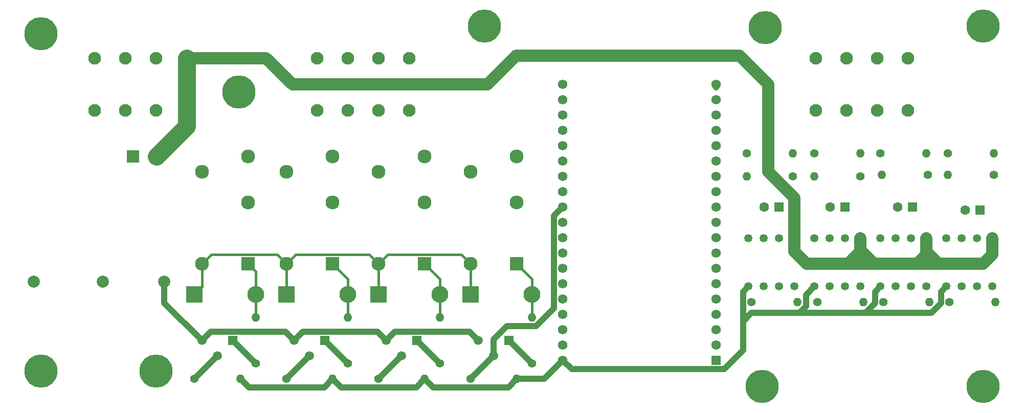
<source format=gbr>
%TF.GenerationSoftware,KiCad,Pcbnew,5.1.10-88a1d61d58~90~ubuntu20.04.1*%
%TF.CreationDate,2021-09-06T00:00:23+02:00*%
%TF.ProjectId,hamodule,68616d6f-6475-46c6-952e-6b696361645f,rev?*%
%TF.SameCoordinates,Original*%
%TF.FileFunction,Copper,L1,Top*%
%TF.FilePolarity,Positive*%
%FSLAX46Y46*%
G04 Gerber Fmt 4.6, Leading zero omitted, Abs format (unit mm)*
G04 Created by KiCad (PCBNEW 5.1.10-88a1d61d58~90~ubuntu20.04.1) date 2021-09-06 00:00:23*
%MOMM*%
%LPD*%
G01*
G04 APERTURE LIST*
%TA.AperFunction,ComponentPad*%
%ADD10C,5.500000*%
%TD*%
%TA.AperFunction,ComponentPad*%
%ADD11C,2.100000*%
%TD*%
%TA.AperFunction,ComponentPad*%
%ADD12C,1.560000*%
%TD*%
%TA.AperFunction,ComponentPad*%
%ADD13R,1.560000X1.560000*%
%TD*%
%TA.AperFunction,ComponentPad*%
%ADD14C,1.350000*%
%TD*%
%TA.AperFunction,ComponentPad*%
%ADD15R,1.350000X1.350000*%
%TD*%
%TA.AperFunction,ComponentPad*%
%ADD16O,1.400000X1.400000*%
%TD*%
%TA.AperFunction,ComponentPad*%
%ADD17C,1.400000*%
%TD*%
%TA.AperFunction,ComponentPad*%
%ADD18C,1.600000*%
%TD*%
%TA.AperFunction,ComponentPad*%
%ADD19R,1.600000X1.600000*%
%TD*%
%TA.AperFunction,ComponentPad*%
%ADD20C,2.000000*%
%TD*%
%TA.AperFunction,ComponentPad*%
%ADD21R,2.000000X2.000000*%
%TD*%
%TA.AperFunction,ComponentPad*%
%ADD22R,1.500000X1.500000*%
%TD*%
%TA.AperFunction,ComponentPad*%
%ADD23C,1.500000*%
%TD*%
%TA.AperFunction,ComponentPad*%
%ADD24C,2.300000*%
%TD*%
%TA.AperFunction,ComponentPad*%
%ADD25R,2.300000X2.300000*%
%TD*%
%TA.AperFunction,ComponentPad*%
%ADD26O,2.800000X2.800000*%
%TD*%
%TA.AperFunction,ComponentPad*%
%ADD27R,2.800000X2.800000*%
%TD*%
%TA.AperFunction,Conductor*%
%ADD28C,0.400000*%
%TD*%
%TA.AperFunction,Conductor*%
%ADD29C,1.000000*%
%TD*%
%TA.AperFunction,Conductor*%
%ADD30C,3.000000*%
%TD*%
%TA.AperFunction,Conductor*%
%ADD31C,2.000000*%
%TD*%
G04 APERTURE END LIST*
D10*
%TO.P,H9,1*%
%TO.N,Earth*%
X182626000Y-80010000D03*
%TD*%
%TO.P,H8,1*%
%TO.N,Earth*%
X146050000Y-80010000D03*
%TD*%
D11*
%TO.P,J4,8*%
%TO.N,Sens1*%
X154940000Y-25590000D03*
%TO.P,J4,7*%
X154940000Y-34290000D03*
%TO.P,J4,6*%
%TO.N,Sens2*%
X160020000Y-25590000D03*
%TO.P,J4,5*%
X160020000Y-34290000D03*
%TO.P,J4,4*%
%TO.N,Sens3*%
X165100000Y-25590000D03*
%TO.P,J4,3*%
X165100000Y-34290000D03*
%TO.P,J4,2*%
%TO.N,Sens4*%
X170180000Y-25590000D03*
%TO.P,J4,1*%
X170180000Y-34290000D03*
%TD*%
%TO.P,J2,8*%
%TO.N,220VAC(L)*%
X35560000Y-25590000D03*
%TO.P,J2,7*%
X35560000Y-34290000D03*
%TO.P,J2,6*%
%TO.N,Earth*%
X40640000Y-25590000D03*
%TO.P,J2,5*%
X40640000Y-34290000D03*
%TO.P,J2,4*%
X45720000Y-25590000D03*
%TO.P,J2,3*%
X45720000Y-34290000D03*
%TO.P,J2,2*%
%TO.N,220VAC(N)*%
X50800000Y-25590000D03*
%TO.P,J2,1*%
X50800000Y-34290000D03*
%TD*%
%TO.P,J1,8*%
%TO.N,REO1*%
X72390000Y-25590000D03*
%TO.P,J1,7*%
X72390000Y-34290000D03*
%TO.P,J1,6*%
%TO.N,REO2*%
X77470000Y-25590000D03*
%TO.P,J1,5*%
X77470000Y-34290000D03*
%TO.P,J1,4*%
%TO.N,REO3*%
X82550000Y-25590000D03*
%TO.P,J1,3*%
X82550000Y-34290000D03*
%TO.P,J1,2*%
%TO.N,REO4*%
X87630000Y-25590000D03*
%TO.P,J1,1*%
X87630000Y-34290000D03*
%TD*%
D12*
%TO.P,U1,38*%
%TO.N,Net-(U1-Pad38)*%
X113030000Y-29920000D03*
%TO.P,U1,37*%
%TO.N,Net-(U1-Pad37)*%
X113030000Y-32460000D03*
%TO.P,U1,36*%
%TO.N,Net-(U1-Pad36)*%
X113030000Y-35000000D03*
%TO.P,U1,35*%
%TO.N,Net-(U1-Pad35)*%
X113030000Y-37540000D03*
%TO.P,U1,34*%
%TO.N,Net-(Q1-Pad2)*%
X113030000Y-40080000D03*
%TO.P,U1,33*%
%TO.N,Net-(U1-Pad33)*%
X113030000Y-42620000D03*
%TO.P,U1,32*%
%TO.N,Net-(Q2-Pad2)*%
X113030000Y-45160000D03*
%TO.P,U1,31*%
%TO.N,Net-(Q3-Pad2)*%
X113030000Y-47700000D03*
%TO.P,U1,30*%
%TO.N,Net-(Q4-Pad2)*%
X113030000Y-50240000D03*
%TO.P,U1,29*%
%TO.N,Net-(U1-Pad29)*%
X113030000Y-52780000D03*
%TO.P,U1,28*%
%TO.N,Net-(U1-Pad28)*%
X113030000Y-55320000D03*
%TO.P,U1,27*%
%TO.N,Net-(U1-Pad27)*%
X113030000Y-57860000D03*
%TO.P,U1,26*%
%TO.N,Net-(U1-Pad26)*%
X113030000Y-60400000D03*
%TO.P,U1,25*%
%TO.N,Net-(U1-Pad25)*%
X113030000Y-62940000D03*
%TO.P,U1,24*%
%TO.N,Net-(U1-Pad24)*%
X113030000Y-65480000D03*
%TO.P,U1,23*%
%TO.N,Net-(U1-Pad23)*%
X113030000Y-68020000D03*
%TO.P,U1,22*%
%TO.N,Net-(U1-Pad22)*%
X113030000Y-70560000D03*
%TO.P,U1,21*%
%TO.N,Net-(U1-Pad21)*%
X113030000Y-73100000D03*
%TO.P,U1,20*%
%TO.N,5VGND*%
X113030000Y-75640000D03*
%TO.P,U1,18*%
%TO.N,Net-(U1-Pad18)*%
X138430000Y-32460000D03*
%TO.P,U1,17*%
%TO.N,Net-(U1-Pad17)*%
X138430000Y-35000000D03*
%TO.P,U1,16*%
%TO.N,Net-(U1-Pad16)*%
X138430000Y-37540000D03*
%TO.P,U1,15*%
%TO.N,Net-(U1-Pad15)*%
X138430000Y-40080000D03*
%TO.P,U1,14*%
%TO.N,Net-(U1-Pad14)*%
X138430000Y-42620000D03*
%TO.P,U1,13*%
%TO.N,Net-(U1-Pad13)*%
X138430000Y-45160000D03*
%TO.P,U1,12*%
%TO.N,Net-(U1-Pad12)*%
X138430000Y-47700000D03*
%TO.P,U1,11*%
%TO.N,Net-(U1-Pad11)*%
X138430000Y-50240000D03*
%TO.P,U1,10*%
%TO.N,Net-(U1-Pad10)*%
X138430000Y-52780000D03*
%TO.P,U1,9*%
%TO.N,Net-(U1-Pad9)*%
X138430000Y-55320000D03*
%TO.P,U1,8*%
%TO.N,GPIO33*%
X138430000Y-57860000D03*
%TO.P,U1,7*%
%TO.N,GPIO32*%
X138430000Y-60400000D03*
%TO.P,U1,6*%
%TO.N,GPIO35*%
X138430000Y-62940000D03*
%TO.P,U1,5*%
%TO.N,GPIO34*%
X138430000Y-65480000D03*
%TO.P,U1,4*%
%TO.N,Net-(U1-Pad4)*%
X138430000Y-68020000D03*
%TO.P,U1,3*%
%TO.N,Net-(U1-Pad3)*%
X138430000Y-70560000D03*
%TO.P,U1,19*%
%TO.N,5V+*%
X138430000Y-29920000D03*
%TO.P,U1,2*%
%TO.N,Net-(U1-Pad2)*%
X138430000Y-73100000D03*
D13*
%TO.P,U1,1*%
%TO.N,3.3V+*%
X138430000Y-75640000D03*
%TD*%
D14*
%TO.P,U5,8*%
%TO.N,3.3V+*%
X184150000Y-63406000D03*
%TO.P,U5,7*%
%TO.N,Net-(U5-Pad7)*%
X181610000Y-63406000D03*
%TO.P,U5,6*%
%TO.N,GPIO33*%
X179070000Y-63406000D03*
%TO.P,U5,5*%
%TO.N,5VGND*%
X176530000Y-63406000D03*
%TO.P,U5,4*%
%TO.N,Net-(R17-Pad2)*%
X176530000Y-55466000D03*
%TO.P,U5,3*%
%TO.N,Net-(22uF4-Pad2)*%
X179070000Y-55466000D03*
%TO.P,U5,2*%
%TO.N,Net-(22uF4-Pad1)*%
X181610000Y-55466000D03*
D15*
%TO.P,U5,1*%
%TO.N,220VAC(N)*%
X184150000Y-55466000D03*
%TD*%
D14*
%TO.P,U4,8*%
%TO.N,3.3V+*%
X173228000Y-63406000D03*
%TO.P,U4,7*%
%TO.N,Net-(U4-Pad7)*%
X170688000Y-63406000D03*
%TO.P,U4,6*%
%TO.N,GPIO32*%
X168148000Y-63406000D03*
%TO.P,U4,5*%
%TO.N,5VGND*%
X165608000Y-63406000D03*
%TO.P,U4,4*%
%TO.N,Net-(R12-Pad2)*%
X165608000Y-55466000D03*
%TO.P,U4,3*%
%TO.N,Net-(22uF3-Pad2)*%
X168148000Y-55466000D03*
%TO.P,U4,2*%
%TO.N,Net-(22uF3-Pad1)*%
X170688000Y-55466000D03*
D15*
%TO.P,U4,1*%
%TO.N,220VAC(N)*%
X173228000Y-55466000D03*
%TD*%
D14*
%TO.P,U3,8*%
%TO.N,3.3V+*%
X162306000Y-63406000D03*
%TO.P,U3,7*%
%TO.N,Net-(U3-Pad7)*%
X159766000Y-63406000D03*
%TO.P,U3,6*%
%TO.N,GPIO35*%
X157226000Y-63406000D03*
%TO.P,U3,5*%
%TO.N,5VGND*%
X154686000Y-63406000D03*
%TO.P,U3,4*%
%TO.N,Net-(R11-Pad2)*%
X154686000Y-55466000D03*
%TO.P,U3,3*%
%TO.N,Net-(22uF2-Pad2)*%
X157226000Y-55466000D03*
%TO.P,U3,2*%
%TO.N,Net-(22uF2-Pad1)*%
X159766000Y-55466000D03*
D15*
%TO.P,U3,1*%
%TO.N,220VAC(N)*%
X162306000Y-55466000D03*
%TD*%
D14*
%TO.P,U2,8*%
%TO.N,3.3V+*%
X151384000Y-63406000D03*
%TO.P,U2,7*%
%TO.N,Net-(U2-Pad7)*%
X148844000Y-63406000D03*
%TO.P,U2,6*%
%TO.N,GPIO34*%
X146304000Y-63406000D03*
%TO.P,U2,5*%
%TO.N,5VGND*%
X143764000Y-63406000D03*
%TO.P,U2,4*%
%TO.N,Net-(R6-Pad2)*%
X143764000Y-55466000D03*
%TO.P,U2,3*%
%TO.N,Net-(22uF1-Pad2)*%
X146304000Y-55466000D03*
%TO.P,U2,2*%
%TO.N,Net-(22uF1-Pad1)*%
X148844000Y-55466000D03*
D15*
%TO.P,U2,1*%
%TO.N,220VAC(N)*%
X151384000Y-55466000D03*
%TD*%
D16*
%TO.P,R20,2*%
%TO.N,Net-(R17-Pad1)*%
X184404000Y-41402000D03*
D17*
%TO.P,R20,1*%
%TO.N,Sens4*%
X176784000Y-41402000D03*
%TD*%
D16*
%TO.P,R19,2*%
%TO.N,Net-(R12-Pad1)*%
X173228000Y-41402000D03*
D17*
%TO.P,R19,1*%
%TO.N,Sens3*%
X165608000Y-41402000D03*
%TD*%
D16*
%TO.P,R18,2*%
%TO.N,Net-(R11-Pad1)*%
X162306000Y-41402000D03*
D17*
%TO.P,R18,1*%
%TO.N,Sens2*%
X154686000Y-41402000D03*
%TD*%
D16*
%TO.P,R17,2*%
%TO.N,Net-(R17-Pad2)*%
X176784000Y-44958000D03*
D17*
%TO.P,R17,1*%
%TO.N,Net-(R17-Pad1)*%
X184404000Y-44958000D03*
%TD*%
D16*
%TO.P,R12,2*%
%TO.N,Net-(R12-Pad2)*%
X165862000Y-44958000D03*
D17*
%TO.P,R12,1*%
%TO.N,Net-(R12-Pad1)*%
X173482000Y-44958000D03*
%TD*%
D16*
%TO.P,R11,2*%
%TO.N,Net-(R11-Pad2)*%
X154686000Y-45212000D03*
D17*
%TO.P,R11,1*%
%TO.N,Net-(R11-Pad1)*%
X162306000Y-45212000D03*
%TD*%
D16*
%TO.P,R10,2*%
%TO.N,3.3V+*%
X184658000Y-66040000D03*
D17*
%TO.P,R10,1*%
%TO.N,GPIO33*%
X177038000Y-66040000D03*
%TD*%
D16*
%TO.P,R9,2*%
%TO.N,3.3V+*%
X173736000Y-66040000D03*
D17*
%TO.P,R9,1*%
%TO.N,GPIO32*%
X166116000Y-66040000D03*
%TD*%
D16*
%TO.P,R8,2*%
%TO.N,3.3V+*%
X162814000Y-66040000D03*
D17*
%TO.P,R8,1*%
%TO.N,GPIO35*%
X155194000Y-66040000D03*
%TD*%
D16*
%TO.P,R7,2*%
%TO.N,3.3V+*%
X151892000Y-66040000D03*
D17*
%TO.P,R7,1*%
%TO.N,GPIO34*%
X144272000Y-66040000D03*
%TD*%
D18*
%TO.P,22uF4,2*%
%TO.N,Net-(22uF4-Pad2)*%
X179618000Y-50800000D03*
D19*
%TO.P,22uF4,1*%
%TO.N,Net-(22uF4-Pad1)*%
X182118000Y-50800000D03*
%TD*%
D18*
%TO.P,22uF3,2*%
%TO.N,Net-(22uF3-Pad2)*%
X168442000Y-50292000D03*
D19*
%TO.P,22uF3,1*%
%TO.N,Net-(22uF3-Pad1)*%
X170942000Y-50292000D03*
%TD*%
D18*
%TO.P,22uF2,2*%
%TO.N,Net-(22uF2-Pad2)*%
X157266000Y-50292000D03*
D19*
%TO.P,22uF2,1*%
%TO.N,Net-(22uF2-Pad1)*%
X159766000Y-50292000D03*
%TD*%
D18*
%TO.P,22uF1,2*%
%TO.N,Net-(22uF1-Pad2)*%
X146344000Y-50292000D03*
D19*
%TO.P,22uF1,1*%
%TO.N,Net-(22uF1-Pad1)*%
X148844000Y-50292000D03*
%TD*%
D10*
%TO.P,H1,1*%
%TO.N,Earth*%
X146558000Y-20574000D03*
%TD*%
D20*
%TO.P,PS1,5*%
%TO.N,5V+*%
X47100000Y-62670000D03*
%TO.P,PS1,3*%
%TO.N,Net-(PS1-Pad3)*%
X25510000Y-62670000D03*
%TO.P,PS1,4*%
%TO.N,5VGND*%
X36940000Y-62670000D03*
%TO.P,PS1,2*%
%TO.N,220VAC(N)*%
X45810000Y-41910000D03*
D21*
%TO.P,PS1,1*%
%TO.N,220VAC(L)*%
X41910000Y-41910000D03*
%TD*%
D16*
%TO.P,R6,2*%
%TO.N,Net-(R6-Pad2)*%
X143510000Y-45212000D03*
D17*
%TO.P,R6,1*%
%TO.N,Net-(R5-Pad2)*%
X151130000Y-45212000D03*
%TD*%
D10*
%TO.P,H7,1*%
%TO.N,Earth*%
X45720000Y-77470000D03*
%TD*%
%TO.P,H6,1*%
%TO.N,Earth*%
X182626000Y-20320000D03*
%TD*%
%TO.P,H5,1*%
%TO.N,Earth*%
X26670000Y-77470000D03*
%TD*%
%TO.P,H4,1*%
%TO.N,Earth*%
X59436000Y-31242000D03*
%TD*%
%TO.P,H3,1*%
%TO.N,Earth*%
X100076000Y-20320000D03*
%TD*%
%TO.P,H2,1*%
%TO.N,Earth*%
X26670000Y-21590000D03*
%TD*%
D22*
%TO.P,Q1,1*%
%TO.N,Net-(Q1-Pad1)*%
X58420000Y-72390000D03*
D23*
%TO.P,Q1,3*%
%TO.N,5V+*%
X53340000Y-72390000D03*
%TO.P,Q1,2*%
%TO.N,Net-(Q1-Pad2)*%
X55880000Y-74930000D03*
%TD*%
D22*
%TO.P,Q2,1*%
%TO.N,Net-(Q2-Pad1)*%
X73660000Y-72390000D03*
D23*
%TO.P,Q2,3*%
%TO.N,5V+*%
X68580000Y-72390000D03*
%TO.P,Q2,2*%
%TO.N,Net-(Q2-Pad2)*%
X71120000Y-74930000D03*
%TD*%
D22*
%TO.P,Q4,1*%
%TO.N,Net-(Q4-Pad1)*%
X104140000Y-72390000D03*
D23*
%TO.P,Q4,3*%
%TO.N,5V+*%
X99060000Y-72390000D03*
%TO.P,Q4,2*%
%TO.N,Net-(Q4-Pad2)*%
X101600000Y-74930000D03*
%TD*%
D22*
%TO.P,Q3,1*%
%TO.N,Net-(Q3-Pad1)*%
X88900000Y-72390000D03*
D23*
%TO.P,Q3,3*%
%TO.N,5V+*%
X83820000Y-72390000D03*
%TO.P,Q3,2*%
%TO.N,Net-(Q3-Pad2)*%
X86360000Y-74930000D03*
%TD*%
D16*
%TO.P,R5,2*%
%TO.N,Net-(R5-Pad2)*%
X151130000Y-41402000D03*
D17*
%TO.P,R5,1*%
%TO.N,Sens1*%
X143510000Y-41402000D03*
%TD*%
D24*
%TO.P,K2,5*%
%TO.N,5VGND*%
X67310000Y-59690000D03*
%TO.P,K2,4*%
%TO.N,Net-(K2-Pad4)*%
X67310000Y-44450000D03*
%TO.P,K2,3*%
%TO.N,REO2*%
X74930000Y-41910000D03*
%TO.P,K2,2*%
%TO.N,220VAC(L)*%
X74930000Y-49530000D03*
D25*
%TO.P,K2,1*%
%TO.N,Net-(D2-Pad2)*%
X74930000Y-59690000D03*
%TD*%
D16*
%TO.P,R16,2*%
%TO.N,Net-(D4-Pad2)*%
X107950000Y-68580000D03*
D17*
%TO.P,R16,1*%
%TO.N,Net-(Q4-Pad1)*%
X107950000Y-76200000D03*
%TD*%
D16*
%TO.P,R15,2*%
%TO.N,Net-(D3-Pad2)*%
X92710000Y-68580000D03*
D17*
%TO.P,R15,1*%
%TO.N,Net-(Q3-Pad1)*%
X92710000Y-76200000D03*
%TD*%
D16*
%TO.P,R14,2*%
%TO.N,Net-(D2-Pad2)*%
X77470000Y-68580000D03*
D17*
%TO.P,R14,1*%
%TO.N,Net-(Q2-Pad1)*%
X77470000Y-76200000D03*
%TD*%
D16*
%TO.P,R13,2*%
%TO.N,Net-(D1-Pad2)*%
X62230000Y-68580000D03*
D17*
%TO.P,R13,1*%
%TO.N,Net-(Q1-Pad1)*%
X62230000Y-76200000D03*
%TD*%
D16*
%TO.P,R4,2*%
%TO.N,5VGND*%
X105410000Y-78740000D03*
D17*
%TO.P,R4,1*%
%TO.N,Net-(Q4-Pad2)*%
X97790000Y-78740000D03*
%TD*%
D16*
%TO.P,R3,2*%
%TO.N,5VGND*%
X90170000Y-78740000D03*
D17*
%TO.P,R3,1*%
%TO.N,Net-(Q3-Pad2)*%
X82550000Y-78740000D03*
%TD*%
D16*
%TO.P,R2,2*%
%TO.N,5VGND*%
X74930000Y-78740000D03*
D17*
%TO.P,R2,1*%
%TO.N,Net-(Q2-Pad2)*%
X67310000Y-78740000D03*
%TD*%
D16*
%TO.P,R1,2*%
%TO.N,5VGND*%
X59690000Y-78740000D03*
D17*
%TO.P,R1,1*%
%TO.N,Net-(Q1-Pad2)*%
X52070000Y-78740000D03*
%TD*%
D24*
%TO.P,K4,5*%
%TO.N,5VGND*%
X97790000Y-59690000D03*
%TO.P,K4,4*%
%TO.N,Net-(K4-Pad4)*%
X97790000Y-44450000D03*
%TO.P,K4,3*%
%TO.N,REO4*%
X105410000Y-41910000D03*
%TO.P,K4,2*%
%TO.N,220VAC(L)*%
X105410000Y-49530000D03*
D25*
%TO.P,K4,1*%
%TO.N,Net-(D4-Pad2)*%
X105410000Y-59690000D03*
%TD*%
D24*
%TO.P,K3,5*%
%TO.N,5VGND*%
X82550000Y-59690000D03*
%TO.P,K3,4*%
%TO.N,Net-(K3-Pad4)*%
X82550000Y-44450000D03*
%TO.P,K3,3*%
%TO.N,REO3*%
X90170000Y-41910000D03*
%TO.P,K3,2*%
%TO.N,220VAC(L)*%
X90170000Y-49530000D03*
D25*
%TO.P,K3,1*%
%TO.N,Net-(D3-Pad2)*%
X90170000Y-59690000D03*
%TD*%
D24*
%TO.P,K1,5*%
%TO.N,5VGND*%
X53340000Y-59690000D03*
%TO.P,K1,4*%
%TO.N,Net-(K1-Pad4)*%
X53340000Y-44450000D03*
%TO.P,K1,3*%
%TO.N,REO1*%
X60960000Y-41910000D03*
%TO.P,K1,2*%
%TO.N,220VAC(L)*%
X60960000Y-49530000D03*
D25*
%TO.P,K1,1*%
%TO.N,Net-(D1-Pad2)*%
X60960000Y-59690000D03*
%TD*%
D26*
%TO.P,D4,2*%
%TO.N,Net-(D4-Pad2)*%
X107950000Y-64770000D03*
D27*
%TO.P,D4,1*%
%TO.N,5VGND*%
X97790000Y-64770000D03*
%TD*%
D26*
%TO.P,D3,2*%
%TO.N,Net-(D3-Pad2)*%
X92710000Y-64770000D03*
D27*
%TO.P,D3,1*%
%TO.N,5VGND*%
X82550000Y-64770000D03*
%TD*%
D26*
%TO.P,D2,2*%
%TO.N,Net-(D2-Pad2)*%
X77470000Y-64770000D03*
D27*
%TO.P,D2,1*%
%TO.N,5VGND*%
X67310000Y-64770000D03*
%TD*%
D26*
%TO.P,D1,2*%
%TO.N,Net-(D1-Pad2)*%
X62230000Y-64770000D03*
D27*
%TO.P,D1,1*%
%TO.N,5VGND*%
X52070000Y-64770000D03*
%TD*%
D28*
%TO.N,Net-(D1-Pad2)*%
X62230000Y-60960000D02*
X60960000Y-59690000D01*
X62230000Y-64770000D02*
X62230000Y-60960000D01*
X62230000Y-64770000D02*
X62230000Y-68580000D01*
%TO.N,Net-(D2-Pad2)*%
X77470000Y-64770000D02*
X77470000Y-68580000D01*
X77470000Y-62230000D02*
X74930000Y-59690000D01*
X77470000Y-64770000D02*
X77470000Y-62230000D01*
%TO.N,5VGND*%
X53340000Y-63500000D02*
X52070000Y-64770000D01*
X53340000Y-59690000D02*
X53340000Y-63500000D01*
X97790000Y-64770000D02*
X97790000Y-59690000D01*
X84100001Y-58139999D02*
X82550000Y-59690000D01*
X96239999Y-58139999D02*
X84100001Y-58139999D01*
X97790000Y-59690000D02*
X96239999Y-58139999D01*
X82550000Y-59690000D02*
X82550000Y-64770000D01*
X80999999Y-58139999D02*
X68860001Y-58139999D01*
X68860001Y-58139999D02*
X67310000Y-59690000D01*
X82550000Y-59690000D02*
X80999999Y-58139999D01*
X67310000Y-59690000D02*
X67310000Y-64770000D01*
X54890001Y-58139999D02*
X53340000Y-59690000D01*
X65759999Y-58139999D02*
X54890001Y-58139999D01*
X67310000Y-59690000D02*
X65759999Y-58139999D01*
D29*
X73529999Y-80140001D02*
X74930000Y-78740000D01*
X61090001Y-80140001D02*
X73529999Y-80140001D01*
X59690000Y-78740000D02*
X61090001Y-80140001D01*
X88769999Y-80140001D02*
X90170000Y-78740000D01*
X76330001Y-80140001D02*
X88769999Y-80140001D01*
X74930000Y-78740000D02*
X76330001Y-80140001D01*
X104009999Y-80140001D02*
X105410000Y-78740000D01*
X91570001Y-80140001D02*
X104009999Y-80140001D01*
X90170000Y-78740000D02*
X91570001Y-80140001D01*
X109930000Y-78740000D02*
X113030000Y-75640000D01*
X105410000Y-78740000D02*
X109930000Y-78740000D01*
X142871999Y-64298001D02*
X143764000Y-63406000D01*
X139770001Y-77120001D02*
X142871999Y-74018003D01*
X114510001Y-77120001D02*
X139770001Y-77120001D01*
X113030000Y-75640000D02*
X114510001Y-77120001D01*
X153292001Y-66712001D02*
X152186002Y-67818000D01*
X153292001Y-64799999D02*
X153292001Y-66712001D01*
X154686000Y-63406000D02*
X153292001Y-64799999D01*
X144272000Y-67818000D02*
X142871999Y-69218001D01*
X152186002Y-67818000D02*
X144272000Y-67818000D01*
X142871999Y-69218001D02*
X142871999Y-64298001D01*
X142871999Y-74018003D02*
X142871999Y-69218001D01*
X164715999Y-64298001D02*
X165608000Y-63406000D01*
X164715999Y-66210003D02*
X164715999Y-64298001D01*
X163108002Y-67818000D02*
X164715999Y-66210003D01*
X152186002Y-67818000D02*
X163108002Y-67818000D01*
X175637999Y-64298001D02*
X176530000Y-63406000D01*
X175637999Y-66210003D02*
X175637999Y-64298001D01*
X174030002Y-67818000D02*
X175637999Y-66210003D01*
X163108002Y-67818000D02*
X174030002Y-67818000D01*
D28*
%TO.N,Net-(D3-Pad2)*%
X92710000Y-62230000D02*
X90170000Y-59690000D01*
X92710000Y-64770000D02*
X92710000Y-62230000D01*
X92710000Y-64770000D02*
X92710000Y-68580000D01*
%TO.N,Net-(D4-Pad2)*%
X107950000Y-62230000D02*
X105410000Y-59690000D01*
X107950000Y-64770000D02*
X107950000Y-62230000D01*
X107950000Y-64770000D02*
X107950000Y-68580000D01*
D30*
%TO.N,220VAC(N)*%
X50800000Y-25590000D02*
X50800000Y-34290000D01*
X45810000Y-41910000D02*
X50800000Y-36920000D01*
X50800000Y-36920000D02*
X50800000Y-34290000D01*
D31*
X151384000Y-48711998D02*
X151384000Y-55466000D01*
X151384000Y-55466000D02*
X151384000Y-57658000D01*
X151384000Y-57658000D02*
X153416000Y-59690000D01*
X184150000Y-58166000D02*
X184150000Y-55466000D01*
X182626000Y-59690000D02*
X184150000Y-58166000D01*
X171704000Y-59690000D02*
X173228000Y-59690000D01*
X173228000Y-55466000D02*
X173228000Y-57912000D01*
X173228000Y-57912000D02*
X173228000Y-59690000D01*
X173482000Y-57912000D02*
X175260000Y-59690000D01*
X173228000Y-57912000D02*
X173482000Y-57912000D01*
X175260000Y-59690000D02*
X182626000Y-59690000D01*
X173228000Y-59690000D02*
X175260000Y-59690000D01*
X162306000Y-57658000D02*
X160274000Y-59690000D01*
X162306000Y-55466000D02*
X162306000Y-57658000D01*
X153416000Y-59690000D02*
X160274000Y-59690000D01*
X162560000Y-57658000D02*
X164592000Y-59690000D01*
X162306000Y-57658000D02*
X162560000Y-57658000D01*
X164592000Y-59690000D02*
X171704000Y-59690000D01*
X160274000Y-59690000D02*
X164592000Y-59690000D01*
X173228000Y-58166000D02*
X171704000Y-59690000D01*
X173228000Y-57912000D02*
X173228000Y-58166000D01*
X151384000Y-48711998D02*
X147067999Y-44395997D01*
X147067999Y-29973999D02*
X146050000Y-28956000D01*
X147067999Y-44395997D02*
X147067999Y-34542001D01*
X147067999Y-34542001D02*
X147067999Y-29973999D01*
X147067999Y-29973999D02*
X142318001Y-25224001D01*
X105331999Y-25224001D02*
X100584000Y-29972000D01*
X142318001Y-25224001D02*
X105331999Y-25224001D01*
X100584000Y-29972000D02*
X68326000Y-29972000D01*
X63944000Y-25590000D02*
X50800000Y-25590000D01*
X68326000Y-29972000D02*
X63944000Y-25590000D01*
D29*
%TO.N,5V+*%
X47100000Y-66150000D02*
X53340000Y-72390000D01*
X47100000Y-62670000D02*
X47100000Y-66150000D01*
X67129999Y-70939999D02*
X68580000Y-72390000D01*
X54790001Y-70939999D02*
X67129999Y-70939999D01*
X53340000Y-72390000D02*
X54790001Y-70939999D01*
X82369999Y-70939999D02*
X83820000Y-72390000D01*
X70030001Y-70939999D02*
X82369999Y-70939999D01*
X68580000Y-72390000D02*
X70030001Y-70939999D01*
X97609999Y-70939999D02*
X99060000Y-72390000D01*
X85270001Y-70939999D02*
X97609999Y-70939999D01*
X83820000Y-72390000D02*
X85270001Y-70939999D01*
X138430000Y-29920000D02*
X138430000Y-30480000D01*
%TO.N,Net-(Q1-Pad1)*%
X62230000Y-76200000D02*
X58420000Y-72390000D01*
%TO.N,Net-(Q2-Pad1)*%
X73660000Y-72390000D02*
X77470000Y-76200000D01*
%TO.N,Net-(Q3-Pad1)*%
X92710000Y-76200000D02*
X88900000Y-72390000D01*
%TO.N,Net-(Q4-Pad1)*%
X104140000Y-72390000D02*
X107950000Y-76200000D01*
%TO.N,Net-(Q1-Pad2)*%
X55880000Y-74930000D02*
X52070000Y-78740000D01*
%TO.N,Net-(Q2-Pad2)*%
X71120000Y-74930000D02*
X67310000Y-78740000D01*
%TO.N,Net-(Q3-Pad2)*%
X86360000Y-74930000D02*
X82550000Y-78740000D01*
%TO.N,Net-(Q4-Pad2)*%
X97790000Y-78740000D02*
X101600000Y-74930000D01*
X103789997Y-69980001D02*
X101600000Y-72169998D01*
X108622001Y-69980001D02*
X103789997Y-69980001D01*
X101600000Y-72169998D02*
X101600000Y-74930000D01*
X111549999Y-67052003D02*
X108622001Y-69980001D01*
X111549999Y-51720001D02*
X111549999Y-67052003D01*
X113030000Y-50240000D02*
X111549999Y-51720001D01*
%TO.N,GPIO33*%
X138430000Y-57860000D02*
X138430000Y-57912000D01*
%TD*%
M02*

</source>
